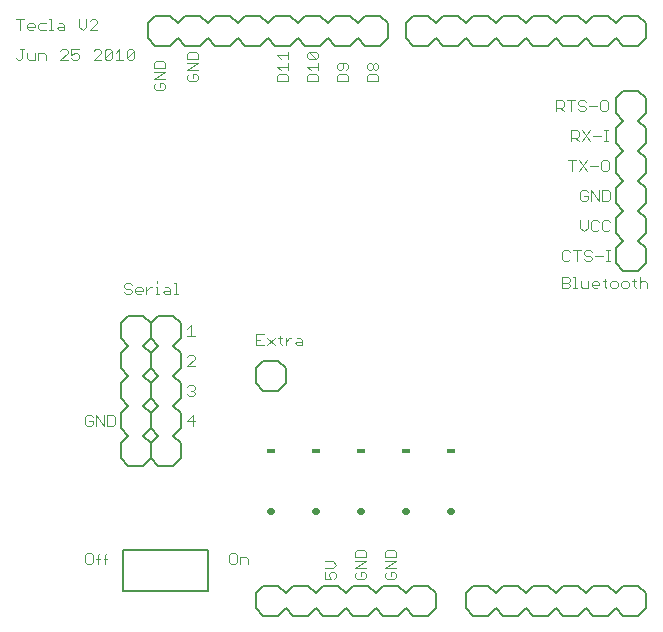
<source format=gto>
G75*
G70*
%OFA0B0*%
%FSLAX24Y24*%
%IPPOS*%
%LPD*%
%AMOC8*
5,1,8,0,0,1.08239X$1,22.5*
%
%ADD10C,0.0030*%
%ADD11C,0.0080*%
%ADD12C,0.0220*%
%ADD13R,0.0300X0.0180*%
D10*
X009020Y002831D02*
X009081Y002769D01*
X009205Y002769D01*
X009266Y002831D01*
X009266Y003078D01*
X009205Y003140D01*
X009081Y003140D01*
X009020Y003078D01*
X009020Y002831D01*
X009388Y002954D02*
X009511Y002954D01*
X009633Y002954D02*
X009757Y002954D01*
X009695Y003078D02*
X009757Y003140D01*
X009695Y003078D02*
X009695Y002769D01*
X009450Y002769D02*
X009450Y003078D01*
X009511Y003140D01*
X013820Y003078D02*
X013820Y002831D01*
X013881Y002769D01*
X014005Y002769D01*
X014066Y002831D01*
X014066Y003078D01*
X014005Y003140D01*
X013881Y003140D01*
X013820Y003078D01*
X014188Y003016D02*
X014188Y002769D01*
X014435Y002769D02*
X014435Y002954D01*
X014373Y003016D01*
X014188Y003016D01*
X017019Y002884D02*
X017266Y002884D01*
X017390Y002761D01*
X017266Y002638D01*
X017019Y002638D01*
X017019Y002516D02*
X017019Y002269D01*
X017204Y002269D01*
X017143Y002393D01*
X017143Y002454D01*
X017204Y002516D01*
X017328Y002516D01*
X017390Y002454D01*
X017390Y002331D01*
X017328Y002269D01*
X018019Y002331D02*
X018081Y002269D01*
X018328Y002269D01*
X018390Y002331D01*
X018390Y002454D01*
X018328Y002516D01*
X018204Y002516D01*
X018204Y002393D01*
X018081Y002516D02*
X018019Y002454D01*
X018019Y002331D01*
X018019Y002638D02*
X018390Y002884D01*
X018019Y002884D01*
X018019Y003006D02*
X018019Y003191D01*
X018081Y003253D01*
X018328Y003253D01*
X018390Y003191D01*
X018390Y003006D01*
X018019Y003006D01*
X018019Y002638D02*
X018390Y002638D01*
X019019Y002638D02*
X019390Y002884D01*
X019019Y002884D01*
X019019Y003006D02*
X019019Y003191D01*
X019081Y003253D01*
X019328Y003253D01*
X019390Y003191D01*
X019390Y003006D01*
X019019Y003006D01*
X019019Y002638D02*
X019390Y002638D01*
X019328Y002516D02*
X019204Y002516D01*
X019204Y002393D01*
X019081Y002516D02*
X019019Y002454D01*
X019019Y002331D01*
X019081Y002269D01*
X019328Y002269D01*
X019390Y002331D01*
X019390Y002454D01*
X019328Y002516D01*
X012666Y007554D02*
X012420Y007554D01*
X012605Y007740D01*
X012605Y007369D01*
X012605Y008369D02*
X012481Y008369D01*
X012420Y008431D01*
X012543Y008554D02*
X012605Y008554D01*
X012666Y008493D01*
X012666Y008431D01*
X012605Y008369D01*
X012605Y008554D02*
X012666Y008616D01*
X012666Y008678D01*
X012605Y008740D01*
X012481Y008740D01*
X012420Y008678D01*
X012420Y009369D02*
X012666Y009616D01*
X012666Y009678D01*
X012605Y009740D01*
X012481Y009740D01*
X012420Y009678D01*
X012420Y009369D02*
X012666Y009369D01*
X012666Y010369D02*
X012420Y010369D01*
X012543Y010369D02*
X012543Y010740D01*
X012420Y010616D01*
X012100Y011769D02*
X011977Y011769D01*
X012039Y011769D02*
X012039Y012140D01*
X011977Y012140D01*
X011794Y012016D02*
X011670Y012016D01*
X011670Y011893D02*
X011855Y011893D01*
X011855Y011954D02*
X011855Y011769D01*
X011670Y011769D01*
X011609Y011831D01*
X011670Y011893D01*
X011794Y012016D02*
X011855Y011954D01*
X011486Y011769D02*
X011363Y011769D01*
X011425Y011769D02*
X011425Y012016D01*
X011363Y012016D01*
X011241Y012016D02*
X011180Y012016D01*
X011056Y011893D01*
X010935Y011893D02*
X010688Y011893D01*
X010688Y011954D02*
X010688Y011831D01*
X010750Y011769D01*
X010873Y011769D01*
X010935Y011893D02*
X010935Y011954D01*
X010873Y012016D01*
X010750Y012016D01*
X010688Y011954D01*
X010566Y011893D02*
X010566Y011831D01*
X010505Y011769D01*
X010381Y011769D01*
X010320Y011831D01*
X010381Y011954D02*
X010320Y012016D01*
X010320Y012078D01*
X010381Y012140D01*
X010505Y012140D01*
X010566Y012078D01*
X010505Y011954D02*
X010566Y011893D01*
X010505Y011954D02*
X010381Y011954D01*
X011056Y012016D02*
X011056Y011769D01*
X011425Y012140D02*
X011425Y012201D01*
X014720Y010440D02*
X014720Y010069D01*
X014966Y010069D01*
X015088Y010069D02*
X015335Y010316D01*
X015456Y010316D02*
X015580Y010316D01*
X015518Y010378D02*
X015518Y010131D01*
X015580Y010069D01*
X015702Y010069D02*
X015702Y010316D01*
X015702Y010193D02*
X015825Y010316D01*
X015887Y010316D01*
X016070Y010316D02*
X016194Y010316D01*
X016255Y010254D01*
X016255Y010069D01*
X016070Y010069D01*
X016009Y010131D01*
X016070Y010193D01*
X016255Y010193D01*
X015335Y010069D02*
X015088Y010316D01*
X014966Y010440D02*
X014720Y010440D01*
X014720Y010254D02*
X014843Y010254D01*
X010003Y007678D02*
X010003Y007431D01*
X009941Y007369D01*
X009756Y007369D01*
X009756Y007740D01*
X009941Y007740D01*
X010003Y007678D01*
X009635Y007740D02*
X009635Y007369D01*
X009388Y007740D01*
X009388Y007369D01*
X009266Y007431D02*
X009266Y007554D01*
X009143Y007554D01*
X009020Y007431D02*
X009020Y007678D01*
X009081Y007740D01*
X009205Y007740D01*
X009266Y007678D01*
X009266Y007431D02*
X009205Y007369D01*
X009081Y007369D01*
X009020Y007431D01*
X011381Y018569D02*
X011628Y018569D01*
X011690Y018631D01*
X011690Y018754D01*
X011628Y018816D01*
X011504Y018816D01*
X011504Y018693D01*
X011381Y018816D02*
X011319Y018754D01*
X011319Y018631D01*
X011381Y018569D01*
X011319Y018938D02*
X011690Y019184D01*
X011319Y019184D01*
X011319Y019306D02*
X011319Y019491D01*
X011381Y019553D01*
X011628Y019553D01*
X011690Y019491D01*
X011690Y019306D01*
X011319Y019306D01*
X011319Y018938D02*
X011690Y018938D01*
X012419Y018931D02*
X012481Y018869D01*
X012728Y018869D01*
X012790Y018931D01*
X012790Y019054D01*
X012728Y019116D01*
X012604Y019116D01*
X012604Y018993D01*
X012481Y019116D02*
X012419Y019054D01*
X012419Y018931D01*
X012419Y019238D02*
X012790Y019484D01*
X012419Y019484D01*
X012419Y019606D02*
X012419Y019791D01*
X012481Y019853D01*
X012728Y019853D01*
X012790Y019791D01*
X012790Y019606D01*
X012419Y019606D01*
X012419Y019238D02*
X012790Y019238D01*
X010649Y019631D02*
X010588Y019569D01*
X010464Y019569D01*
X010403Y019631D01*
X010649Y019878D01*
X010649Y019631D01*
X010403Y019631D02*
X010403Y019878D01*
X010464Y019940D01*
X010588Y019940D01*
X010649Y019878D01*
X010281Y019569D02*
X010034Y019569D01*
X010158Y019569D02*
X010158Y019940D01*
X010034Y019816D01*
X009913Y019878D02*
X009913Y019631D01*
X009851Y019569D01*
X009728Y019569D01*
X009666Y019631D01*
X009913Y019878D01*
X009851Y019940D01*
X009728Y019940D01*
X009666Y019878D01*
X009666Y019631D01*
X009545Y019569D02*
X009298Y019569D01*
X009545Y019816D01*
X009545Y019878D01*
X009483Y019940D01*
X009359Y019940D01*
X009298Y019878D01*
X008808Y019940D02*
X008561Y019940D01*
X008561Y019754D01*
X008685Y019816D01*
X008746Y019816D01*
X008808Y019754D01*
X008808Y019631D01*
X008746Y019569D01*
X008623Y019569D01*
X008561Y019631D01*
X008440Y019569D02*
X008193Y019569D01*
X008440Y019816D01*
X008440Y019878D01*
X008378Y019940D01*
X008254Y019940D01*
X008193Y019878D01*
X007703Y019754D02*
X007703Y019569D01*
X007703Y019754D02*
X007641Y019816D01*
X007456Y019816D01*
X007456Y019569D01*
X007335Y019569D02*
X007335Y019816D01*
X007335Y019569D02*
X007150Y019569D01*
X007088Y019631D01*
X007088Y019816D01*
X006966Y019940D02*
X006843Y019940D01*
X006905Y019940D02*
X006905Y019631D01*
X006843Y019569D01*
X006781Y019569D01*
X006720Y019631D01*
X006843Y020569D02*
X006843Y020940D01*
X006720Y020940D02*
X006966Y020940D01*
X007150Y020816D02*
X007273Y020816D01*
X007335Y020754D01*
X007335Y020693D01*
X007088Y020693D01*
X007088Y020754D02*
X007088Y020631D01*
X007150Y020569D01*
X007273Y020569D01*
X007456Y020631D02*
X007518Y020569D01*
X007703Y020569D01*
X007824Y020569D02*
X007948Y020569D01*
X007886Y020569D02*
X007886Y020940D01*
X007824Y020940D01*
X007703Y020816D02*
X007518Y020816D01*
X007456Y020754D01*
X007456Y020631D01*
X007150Y020816D02*
X007088Y020754D01*
X008070Y020631D02*
X008132Y020693D01*
X008317Y020693D01*
X008317Y020754D02*
X008317Y020569D01*
X008132Y020569D01*
X008070Y020631D01*
X008132Y020816D02*
X008255Y020816D01*
X008317Y020754D01*
X008807Y020693D02*
X008930Y020569D01*
X009053Y020693D01*
X009053Y020940D01*
X009175Y020878D02*
X009237Y020940D01*
X009360Y020940D01*
X009422Y020878D01*
X009422Y020816D01*
X009175Y020569D01*
X009422Y020569D01*
X008807Y020693D02*
X008807Y020940D01*
X015419Y019729D02*
X015790Y019729D01*
X015790Y019606D02*
X015790Y019853D01*
X015543Y019606D02*
X015419Y019729D01*
X015790Y019484D02*
X015790Y019238D01*
X015790Y019361D02*
X015419Y019361D01*
X015543Y019238D01*
X015481Y019116D02*
X015419Y019054D01*
X015419Y018869D01*
X015790Y018869D01*
X015790Y019054D01*
X015728Y019116D01*
X015481Y019116D01*
X016419Y019054D02*
X016419Y018869D01*
X016790Y018869D01*
X016790Y019054D01*
X016728Y019116D01*
X016481Y019116D01*
X016419Y019054D01*
X016543Y019238D02*
X016419Y019361D01*
X016790Y019361D01*
X016790Y019238D02*
X016790Y019484D01*
X016728Y019606D02*
X016481Y019853D01*
X016728Y019853D01*
X016790Y019791D01*
X016790Y019668D01*
X016728Y019606D01*
X016481Y019606D01*
X016419Y019668D01*
X016419Y019791D01*
X016481Y019853D01*
X017419Y019423D02*
X017419Y019299D01*
X017481Y019238D01*
X017543Y019238D01*
X017604Y019299D01*
X017604Y019484D01*
X017481Y019484D02*
X017728Y019484D01*
X017790Y019423D01*
X017790Y019299D01*
X017728Y019238D01*
X017728Y019116D02*
X017481Y019116D01*
X017419Y019054D01*
X017419Y018869D01*
X017790Y018869D01*
X017790Y019054D01*
X017728Y019116D01*
X017419Y019423D02*
X017481Y019484D01*
X018419Y019423D02*
X018419Y019299D01*
X018481Y019238D01*
X018543Y019238D01*
X018604Y019299D01*
X018604Y019423D01*
X018666Y019484D01*
X018728Y019484D01*
X018790Y019423D01*
X018790Y019299D01*
X018728Y019238D01*
X018666Y019238D01*
X018604Y019299D01*
X018604Y019423D02*
X018543Y019484D01*
X018481Y019484D01*
X018419Y019423D01*
X018481Y019116D02*
X018419Y019054D01*
X018419Y018869D01*
X018790Y018869D01*
X018790Y019054D01*
X018728Y019116D01*
X018481Y019116D01*
X024720Y018240D02*
X024720Y017869D01*
X024720Y017993D02*
X024905Y017993D01*
X024966Y018054D01*
X024966Y018178D01*
X024905Y018240D01*
X024720Y018240D01*
X024843Y017993D02*
X024966Y017869D01*
X025211Y017869D02*
X025211Y018240D01*
X025088Y018240D02*
X025335Y018240D01*
X025456Y018178D02*
X025456Y018116D01*
X025518Y018054D01*
X025641Y018054D01*
X025703Y017993D01*
X025703Y017931D01*
X025641Y017869D01*
X025518Y017869D01*
X025456Y017931D01*
X025456Y018178D02*
X025518Y018240D01*
X025641Y018240D01*
X025703Y018178D01*
X025824Y018054D02*
X026071Y018054D01*
X026193Y018178D02*
X026193Y017931D01*
X026254Y017869D01*
X026378Y017869D01*
X026440Y017931D01*
X026440Y018178D01*
X026378Y018240D01*
X026254Y018240D01*
X026193Y018178D01*
X026324Y017240D02*
X026448Y017240D01*
X026386Y017240D02*
X026386Y016869D01*
X026324Y016869D02*
X026448Y016869D01*
X026203Y017054D02*
X025956Y017054D01*
X025835Y016869D02*
X025588Y017240D01*
X025466Y017178D02*
X025405Y017240D01*
X025220Y017240D01*
X025220Y016869D01*
X025220Y016993D02*
X025405Y016993D01*
X025466Y017054D01*
X025466Y017178D01*
X025343Y016993D02*
X025466Y016869D01*
X025588Y016869D02*
X025835Y017240D01*
X025735Y016240D02*
X025488Y015869D01*
X025243Y015869D02*
X025243Y016240D01*
X025120Y016240D02*
X025366Y016240D01*
X025488Y016240D02*
X025735Y015869D01*
X025856Y016054D02*
X026103Y016054D01*
X026224Y015931D02*
X026286Y015869D01*
X026410Y015869D01*
X026471Y015931D01*
X026471Y016178D01*
X026410Y016240D01*
X026286Y016240D01*
X026224Y016178D01*
X026224Y015931D01*
X026256Y015240D02*
X026441Y015240D01*
X026503Y015178D01*
X026503Y014931D01*
X026441Y014869D01*
X026256Y014869D01*
X026256Y015240D01*
X026135Y015240D02*
X026135Y014869D01*
X025888Y015240D01*
X025888Y014869D01*
X025766Y014931D02*
X025766Y015054D01*
X025643Y015054D01*
X025520Y014931D02*
X025581Y014869D01*
X025705Y014869D01*
X025766Y014931D01*
X025520Y014931D02*
X025520Y015178D01*
X025581Y015240D01*
X025705Y015240D01*
X025766Y015178D01*
X025766Y014240D02*
X025766Y013993D01*
X025643Y013869D01*
X025520Y013993D01*
X025520Y014240D01*
X025888Y014178D02*
X025888Y013931D01*
X025950Y013869D01*
X026073Y013869D01*
X026135Y013931D01*
X026256Y013931D02*
X026318Y013869D01*
X026441Y013869D01*
X026503Y013931D01*
X026256Y013931D02*
X026256Y014178D01*
X026318Y014240D01*
X026441Y014240D01*
X026503Y014178D01*
X026135Y014178D02*
X026073Y014240D01*
X025950Y014240D01*
X025888Y014178D01*
X025841Y013240D02*
X025718Y013240D01*
X025656Y013178D01*
X025656Y013116D01*
X025718Y013054D01*
X025841Y013054D01*
X025903Y012993D01*
X025903Y012931D01*
X025841Y012869D01*
X025718Y012869D01*
X025656Y012931D01*
X025411Y012869D02*
X025411Y013240D01*
X025288Y013240D02*
X025535Y013240D01*
X025841Y013240D02*
X025903Y013178D01*
X026024Y013054D02*
X026271Y013054D01*
X026393Y012869D02*
X026516Y012869D01*
X026454Y012869D02*
X026454Y013240D01*
X026393Y013240D02*
X026516Y013240D01*
X026332Y012278D02*
X026332Y012031D01*
X026393Y011969D01*
X026516Y012031D02*
X026516Y012154D01*
X026577Y012216D01*
X026701Y012216D01*
X026762Y012154D01*
X026762Y012031D01*
X026701Y011969D01*
X026577Y011969D01*
X026516Y012031D01*
X026393Y012216D02*
X026270Y012216D01*
X026149Y012154D02*
X026149Y012093D01*
X025902Y012093D01*
X025902Y012154D02*
X025902Y012031D01*
X025963Y011969D01*
X026087Y011969D01*
X026149Y012154D02*
X026087Y012216D01*
X025963Y012216D01*
X025902Y012154D01*
X025780Y012216D02*
X025780Y011969D01*
X025595Y011969D01*
X025533Y012031D01*
X025533Y012216D01*
X025350Y012340D02*
X025350Y011969D01*
X025411Y011969D02*
X025288Y011969D01*
X025166Y012031D02*
X025105Y011969D01*
X024920Y011969D01*
X024920Y012340D01*
X025105Y012340D01*
X025166Y012278D01*
X025166Y012216D01*
X025105Y012154D01*
X024920Y012154D01*
X025105Y012154D02*
X025166Y012093D01*
X025166Y012031D01*
X025288Y012340D02*
X025350Y012340D01*
X025105Y012869D02*
X024981Y012869D01*
X024920Y012931D01*
X024920Y013178D01*
X024981Y013240D01*
X025105Y013240D01*
X025166Y013178D01*
X025166Y012931D02*
X025105Y012869D01*
X026884Y012154D02*
X026884Y012031D01*
X026946Y011969D01*
X027069Y011969D01*
X027131Y012031D01*
X027131Y012154D01*
X027069Y012216D01*
X026946Y012216D01*
X026884Y012154D01*
X027252Y012216D02*
X027376Y012216D01*
X027314Y012278D02*
X027314Y012031D01*
X027376Y011969D01*
X027498Y011969D02*
X027498Y012340D01*
X027559Y012216D02*
X027683Y012216D01*
X027744Y012154D01*
X027744Y011969D01*
X027498Y012154D02*
X027559Y012216D01*
D11*
X027455Y012554D02*
X027705Y012804D01*
X027705Y013304D01*
X027455Y013554D01*
X027705Y013804D01*
X027705Y014304D01*
X027455Y014554D01*
X027705Y014804D01*
X027705Y015304D01*
X027455Y015554D01*
X027705Y015804D01*
X027705Y016304D01*
X027455Y016554D01*
X027705Y016804D01*
X027705Y017304D01*
X027455Y017554D01*
X027705Y017804D01*
X027705Y018304D01*
X027455Y018554D01*
X026955Y018554D01*
X026705Y018304D01*
X026705Y017804D01*
X026955Y017554D01*
X026705Y017304D01*
X026705Y016804D01*
X026955Y016554D01*
X026705Y016304D01*
X026705Y015804D01*
X026955Y015554D01*
X026705Y015304D01*
X026705Y014804D01*
X026955Y014554D01*
X026705Y014304D01*
X026705Y013804D01*
X026955Y013554D01*
X026705Y013304D01*
X026705Y012804D01*
X026955Y012554D01*
X027455Y012554D01*
X027455Y020054D02*
X026955Y020054D01*
X026705Y020304D01*
X026455Y020054D01*
X025955Y020054D01*
X025705Y020304D01*
X025455Y020054D01*
X024955Y020054D01*
X024705Y020304D01*
X024455Y020054D01*
X023955Y020054D01*
X023705Y020304D01*
X023455Y020054D01*
X022955Y020054D01*
X022705Y020304D01*
X022455Y020054D01*
X021955Y020054D01*
X021705Y020304D01*
X021455Y020054D01*
X020955Y020054D01*
X020705Y020304D01*
X020455Y020054D01*
X019955Y020054D01*
X019705Y020304D01*
X019705Y020804D01*
X019955Y021054D01*
X020455Y021054D01*
X020705Y020804D01*
X020955Y021054D01*
X021455Y021054D01*
X021705Y020804D01*
X021955Y021054D01*
X022455Y021054D01*
X022705Y020804D01*
X022955Y021054D01*
X023455Y021054D01*
X023705Y020804D01*
X023955Y021054D01*
X024455Y021054D01*
X024705Y020804D01*
X024955Y021054D01*
X025455Y021054D01*
X025705Y020804D01*
X025955Y021054D01*
X026455Y021054D01*
X026705Y020804D01*
X026955Y021054D01*
X027455Y021054D01*
X027705Y020804D01*
X027705Y020304D01*
X027455Y020054D01*
X019105Y020304D02*
X018855Y020054D01*
X018355Y020054D01*
X018105Y020304D01*
X017855Y020054D01*
X017355Y020054D01*
X017105Y020304D01*
X016855Y020054D01*
X016355Y020054D01*
X016105Y020304D01*
X015855Y020054D01*
X015355Y020054D01*
X015105Y020304D01*
X014855Y020054D01*
X014355Y020054D01*
X014105Y020304D01*
X013855Y020054D01*
X013355Y020054D01*
X013105Y020304D01*
X012855Y020054D01*
X012355Y020054D01*
X012105Y020304D01*
X011855Y020054D01*
X011355Y020054D01*
X011105Y020304D01*
X011105Y020804D01*
X011355Y021054D01*
X011855Y021054D01*
X012105Y020804D01*
X012355Y021054D01*
X012855Y021054D01*
X013105Y020804D01*
X013355Y021054D01*
X013855Y021054D01*
X014105Y020804D01*
X014355Y021054D01*
X014855Y021054D01*
X015105Y020804D01*
X015355Y021054D01*
X015855Y021054D01*
X016105Y020804D01*
X016355Y021054D01*
X016855Y021054D01*
X017105Y020804D01*
X017355Y021054D01*
X017855Y021054D01*
X018105Y020804D01*
X018355Y021054D01*
X018855Y021054D01*
X019105Y020804D01*
X019105Y020304D01*
X011955Y011054D02*
X011455Y011054D01*
X011205Y010804D01*
X010955Y011054D01*
X010455Y011054D01*
X010205Y010804D01*
X010205Y010304D01*
X010455Y010054D01*
X010205Y009804D01*
X010205Y009304D01*
X010455Y009054D01*
X010205Y008804D01*
X010205Y008304D01*
X010455Y008054D01*
X010205Y007804D01*
X010205Y007304D01*
X010455Y007054D01*
X010205Y006804D01*
X010205Y006304D01*
X010455Y006054D01*
X010955Y006054D01*
X011205Y006304D01*
X011205Y006804D01*
X010955Y007054D01*
X011205Y007304D01*
X011205Y007804D01*
X010955Y008054D01*
X011205Y008304D01*
X011205Y008804D01*
X010955Y009054D01*
X011205Y009304D01*
X011205Y009804D01*
X010955Y010054D01*
X011205Y010304D01*
X011205Y010804D01*
X011205Y010304D01*
X011455Y010054D01*
X011205Y009804D01*
X011205Y009304D01*
X011455Y009054D01*
X011205Y008804D01*
X011205Y008304D01*
X011455Y008054D01*
X011205Y007804D01*
X011205Y007304D01*
X011455Y007054D01*
X011205Y006804D01*
X011205Y006304D01*
X011455Y006054D01*
X011955Y006054D01*
X012205Y006304D01*
X012205Y006804D01*
X011955Y007054D01*
X012205Y007304D01*
X012205Y007804D01*
X011955Y008054D01*
X012205Y008304D01*
X012205Y008804D01*
X011955Y009054D01*
X012205Y009304D01*
X012205Y009804D01*
X011955Y010054D01*
X012205Y010304D01*
X012205Y010804D01*
X011955Y011054D01*
X014705Y009304D02*
X014955Y009554D01*
X015455Y009554D01*
X015705Y009304D01*
X015705Y008804D01*
X015455Y008554D01*
X014955Y008554D01*
X014705Y008804D01*
X014705Y009304D01*
X013122Y003243D02*
X010287Y003243D01*
X010287Y001865D01*
X013122Y001865D01*
X013122Y003243D01*
X014705Y001804D02*
X014955Y002054D01*
X015455Y002054D01*
X015705Y001804D01*
X015955Y002054D01*
X016455Y002054D01*
X016705Y001804D01*
X016955Y002054D01*
X017455Y002054D01*
X017705Y001804D01*
X017955Y002054D01*
X018455Y002054D01*
X018705Y001804D01*
X018955Y002054D01*
X019455Y002054D01*
X019705Y001804D01*
X019955Y002054D01*
X020455Y002054D01*
X020705Y001804D01*
X020705Y001304D01*
X020455Y001054D01*
X019955Y001054D01*
X019705Y001304D01*
X019455Y001054D01*
X018955Y001054D01*
X018705Y001304D01*
X018455Y001054D01*
X017955Y001054D01*
X017705Y001304D01*
X017455Y001054D01*
X016955Y001054D01*
X016705Y001304D01*
X016455Y001054D01*
X015955Y001054D01*
X015705Y001304D01*
X015455Y001054D01*
X014955Y001054D01*
X014705Y001304D01*
X014705Y001804D01*
X021705Y001804D02*
X021705Y001304D01*
X021955Y001054D01*
X022455Y001054D01*
X022705Y001304D01*
X022955Y001054D01*
X023455Y001054D01*
X023705Y001304D01*
X023955Y001054D01*
X024455Y001054D01*
X024705Y001304D01*
X024955Y001054D01*
X025455Y001054D01*
X025705Y001304D01*
X025955Y001054D01*
X026455Y001054D01*
X026705Y001304D01*
X026955Y001054D01*
X027455Y001054D01*
X027705Y001304D01*
X027705Y001804D01*
X027455Y002054D01*
X026955Y002054D01*
X026705Y001804D01*
X026455Y002054D01*
X025955Y002054D01*
X025705Y001804D01*
X025455Y002054D01*
X024955Y002054D01*
X024705Y001804D01*
X024455Y002054D01*
X023955Y002054D01*
X023705Y001804D01*
X023455Y002054D01*
X022955Y002054D01*
X022705Y001804D01*
X022455Y002054D01*
X021955Y002054D01*
X021705Y001804D01*
D12*
X021217Y004554D02*
X021193Y004554D01*
X019717Y004554D02*
X019693Y004554D01*
X018217Y004554D02*
X018193Y004554D01*
X016717Y004554D02*
X016693Y004554D01*
X015217Y004554D02*
X015193Y004554D01*
D13*
X015205Y006554D03*
X016705Y006554D03*
X018205Y006554D03*
X019705Y006554D03*
X021205Y006554D03*
M02*

</source>
